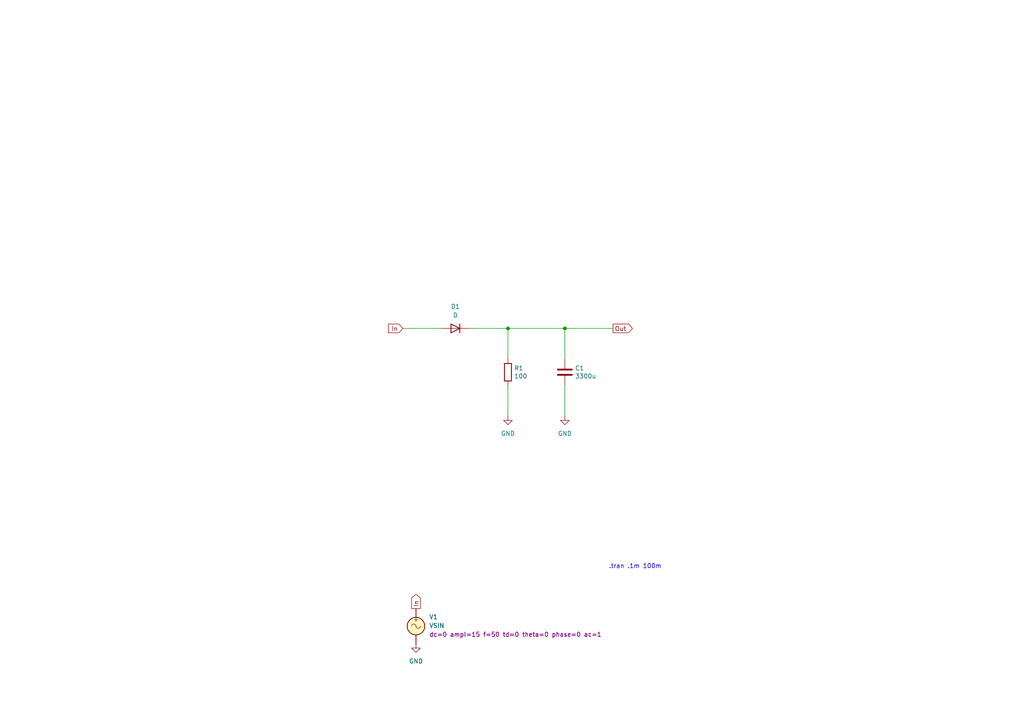
<source format=kicad_sch>
(kicad_sch (version 20231120) (generator "eeschema") (generator_version "8.0")
  (paper "A4")
  (title_block (title "Rectifier with 1 diode") (date "2024-05-27") (rev "2") (company "GitHub/OJStuff"))
  (lib_symbols
    (symbol "Device:C" (pin_numbers hide) (pin_names (offset 0.254))
      (property "Reference" "C" (at 0.635 2.54 0))
      (property "Value" "C" (at 0.635 -2.54 0))
      (symbol "C_0_1"
        (polyline (pts (xy -2.032 -0.762) (xy 2.032 -0.762)) (stroke (width 0.508)))
        (polyline (pts (xy -2.032 0.762) (xy 2.032 0.762)) (stroke (width 0.508)))
      )
      (symbol "C_1_1"
        (pin passive line (at 0 3.81 270) (length 2.794) (name "~") (number "1"))
        (pin passive line (at 0 -3.81 90) (length 2.794) (name "~") (number "2"))
      )
    )
    (symbol "Device:D" (pin_numbers hide) (pin_names (offset 1.016) hide)
      (property "Reference" "D" (at 0 2.54 0))
      (property "Value" "D" (at 0 -2.54 0))
      (symbol "D_0_1"
        (polyline (pts (xy -1.27 1.27) (xy -1.27 -1.27)) (stroke (width 0.254)))
        (polyline (pts (xy 1.27 0) (xy -1.27 0)))
        (polyline (pts (xy 1.27 1.27) (xy 1.27 -1.27) (xy -1.27 0) (xy 1.27 1.27)) (stroke (width 0.254)))
      )
      (symbol "D_1_1"
        (pin passive line (at -3.81 0 0) (length 2.54) (name "K") (number "1"))
        (pin passive line (at 3.81 0 180) (length 2.54) (name "A") (number "2"))
      )
    )
    (symbol "Device:R" (pin_numbers hide) (pin_names (offset 0))
      (property "Reference" "R" (at 2.032 0 90))
      (property "Value" "R" (at 0 0 90))
      (symbol "R_0_1"
        (rectangle (start -1.016 -2.54) (end 1.016 2.54) (stroke (width 0.254)))
      )
      (symbol "R_1_1"
        (pin passive line (at 0 3.81 270) (length 1.27) (name "~") (number "1"))
        (pin passive line (at 0 -3.81 90) (length 1.27) (name "~") (number "2"))
      )
    )
    (symbol "GND_1" (power) (pin_numbers hide) (pin_names (offset 0) hide)
      (property "Value" "GND" (at 0 -3.81 0))
      (symbol "GND_1_0_1"
        (polyline (pts (xy 0 0) (xy 0 -1.27) (xy 1.27 -1.27) (xy 0 -2.54) (xy -1.27 -1.27) (xy 0 -1.27)))
      )
      (symbol "GND_1_1_1"
        (pin power_in line (at 0 0 270) (length 0) (name "~") (number "1"))
      )
    )
    (symbol "VSIN_1" (pin_numbers hide) (pin_names (offset 0.0254))
      (property "Reference" "V" (at 2.54 2.54 0))
      (property "Value" "VSIN" (at 2.54 0 0))
      (property "Sim.Params" "dc=0 ampl=1 f=1k ac=1" (at 2.54 -2.54 0))
      (symbol "VSIN_1_0_0"
        (arc (start 0 0) (mid -0.635 0.6323) (end -1.27 0))
        (arc (start 0 0) (mid 0.635 -0.6323) (end 1.27 0))
        (text "+" (at 0 1.905 0) (effects (font (size 1.27 1.27))))
      )
      (symbol "VSIN_1_0_1"
        (circle (center 0 0) (radius 2.54) (stroke (width 0.254)) (fill (type background)))
      )
      (symbol "VSIN_1_1_1"
        (pin passive line (at 0 5.08 270) (length 2.54) (name "~") (number "1"))
        (pin passive line (at 0 -5.08 90) (length 2.54) (name "~") (number "2"))
      )
    )
  )
  (junction (at 163.83 95.25))
  (junction (at 147.32 95.25))
  (wire (pts (xy 147.32 111.76) (xy 147.32 120.65)))
  (wire (pts (xy 147.32 95.25) (xy 163.83 95.25)))
  (wire (pts (xy 163.83 104.14) (xy 163.83 95.25)))
  (wire (pts (xy 177.8 95.25) (xy 163.83 95.25)))
  (wire (pts (xy 116.84 95.25) (xy 128.27 95.25)))
  (wire (pts (xy 135.89 95.25) (xy 147.32 95.25)))
  (wire (pts (xy 163.83 111.76) (xy 163.83 120.65)))
  (wire (pts (xy 147.32 104.14) (xy 147.32 95.25)))
  (text ".tran .1m 100m" (at 176.53 165.1 0) (effects (font (size 1.27 1.27)) (justify left bottom)))
  (global_label "In" (shape output) (at 120.65 176.53 90) (property "Intersheetrefs" "${INTERSHEET_REFS}" (effects (hide yes))))
  (global_label "Out" (shape output) (at 177.8 95.25 0) (property "Intersheetrefs" "${INTERSHEET_REFS}" (effects (hide yes))))
  (global_label "In" (shape input) (at 116.84 95.25 180) (property "Intersheetrefs" "${INTERSHEET_REFS}" (effects (hide yes))))
  (symbol (lib_name "GND_1") (lib_id "power:GND") (at 163.83 120.65 0) (unit 1)
    (property "Reference" "#PWR05" (effects (hide yes)))
    (property "Value" "GND" (at 163.83 125.73 0))
    (property "Description" "Power symbol creates a global label with name \"GND\" , ground" (effects (hide yes)))
  )
  (symbol (lib_name "GND_1") (lib_id "power:GND") (at 147.32 120.65 0) (unit 1)
    (property "Reference" "#PWR04" (effects (hide yes)))
    (property "Value" "GND" (at 147.32 125.73 0))
    (property "Description" "Power symbol creates a global label with name \"GND\" , ground" (effects (hide yes)))
  )
  (symbol (lib_name "VSIN_1") (lib_id "Simulation_SPICE:VSIN") (at 120.65 181.61 0) (unit 1)
    (property "Reference" "V1" (at 124.46 178.9401 0) (effects (justify left)))
    (property "Value" "VSIN" (at 124.46 181.4801 0) (effects (justify left)))
    (property "Datasheet" "https://ngspice.sourceforge.io/docs/ngspice-html-manual/manual.xhtml#sec_Independent_Sources_for" (effects (hide yes)))
    (property "Description" "Voltage source, sinusoidal" (effects (hide yes)))
    (property "Sim.Pins" "1=+ 2=-" (effects (hide yes)))
    (property "Sim.Params" "dc=0 ampl=15 f=50 td=0 theta=0 phase=0 ac=1" (at 124.46 184.0201 0) (effects (justify left)))
    (property "Sim.Type" "SIN" (effects (hide yes)))
    (property "Sim.Device" "V" (effects (hide yes)))
  )
  (symbol (lib_id "Device:D") (at 132.08 95.25 180) (unit 1)
    (property "Reference" "D1" (at 132.08 88.9 0))
    (property "Value" "D" (at 132.08 91.44 0))
    (property "Sim.Device" "D" (effects (hide yes)))
    (property "Sim.Pins" "1=K 2=A" (effects (hide yes)))
  )
  (symbol (lib_id "Device:C") (at 163.83 107.95 0) (unit 1)
    (property "Reference" "C1" (at 166.751 106.7816 0) (effects (justify left)))
    (property "Value" "3300u" (at 166.751 109.093 0) (effects (justify left)))
  )
  (symbol (lib_name "GND_1") (lib_id "power:GND") (at 120.65 186.69 0) (unit 1)
    (property "Reference" "#PWR01" (effects (hide yes)))
    (property "Value" "GND" (at 120.65 191.77 0))
    (property "Description" "Power symbol creates a global label with name \"GND\" , ground" (effects (hide yes)))
  )
  (symbol (lib_id "Device:R") (at 147.32 107.95 0) (unit 1)
    (property "Reference" "R1" (at 149.098 106.7816 0) (effects (justify left)))
    (property "Value" "100" (at 149.098 109.093 0) (effects (justify left)))
  )
)
</source>
